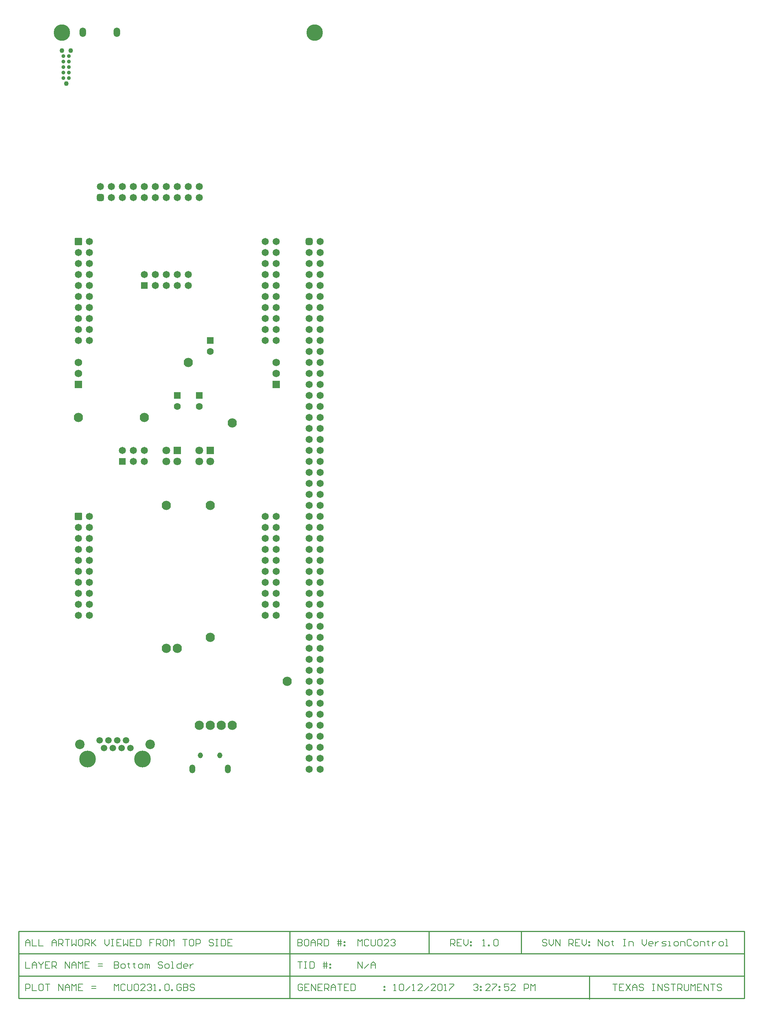
<source format=gbs>
G04 Layer_Color=16711935*
%FSAX25Y25*%
%MOIN*%
G70*
G01*
G75*
%ADD54C,0.01000*%
%ADD58C,0.00800*%
%ADD67C,0.05906*%
%ADD78R,0.06496X0.06496*%
%ADD79C,0.06496*%
%ADD154C,0.08394*%
G04:AMPARAMS|DCode=155|XSize=62.99mil|YSize=62.99mil|CornerRadius=4.04mil|HoleSize=0mil|Usage=FLASHONLY|Rotation=270.000|XOffset=0mil|YOffset=0mil|HoleType=Round|Shape=RoundedRectangle|*
%AMROUNDEDRECTD155*
21,1,0.06299,0.05492,0,0,270.0*
21,1,0.05492,0.06299,0,0,270.0*
1,1,0.00807,-0.02746,-0.02746*
1,1,0.00807,-0.02746,0.02746*
1,1,0.00807,0.02746,0.02746*
1,1,0.00807,0.02746,-0.02746*
%
%ADD155ROUNDEDRECTD155*%
%ADD156C,0.06299*%
%ADD157C,0.07087*%
%ADD158R,0.07087X0.07087*%
%ADD159C,0.15000*%
%ADD160O,0.04528X0.05315*%
%ADD161O,0.05217X0.07874*%
%ADD162C,0.15194*%
%ADD163C,0.08661*%
G04:AMPARAMS|DCode=164|XSize=86.61mil|YSize=59.06mil|CornerRadius=29.53mil|HoleSize=0mil|Usage=FLASHONLY|Rotation=270.000|XOffset=0mil|YOffset=0mil|HoleType=Round|Shape=RoundedRectangle|*
%AMROUNDEDRECTD164*
21,1,0.08661,0.00000,0,0,270.0*
21,1,0.02756,0.05906,0,0,270.0*
1,1,0.05906,0.00000,-0.01378*
1,1,0.05906,0.00000,0.01378*
1,1,0.05906,0.00000,0.01378*
1,1,0.05906,0.00000,-0.01378*
%
%ADD164ROUNDEDRECTD164*%
G04:AMPARAMS|DCode=165|XSize=64.96mil|YSize=64.96mil|CornerRadius=17.22mil|HoleSize=0mil|Usage=FLASHONLY|Rotation=0.000|XOffset=0mil|YOffset=0mil|HoleType=Round|Shape=RoundedRectangle|*
%AMROUNDEDRECTD165*
21,1,0.06496,0.03051,0,0,0.0*
21,1,0.03051,0.06496,0,0,0.0*
1,1,0.03445,0.01526,-0.01526*
1,1,0.03445,-0.01526,-0.01526*
1,1,0.03445,-0.01526,0.01526*
1,1,0.03445,0.01526,0.01526*
%
%ADD165ROUNDEDRECTD165*%
%ADD166R,0.06890X0.06890*%
%ADD167C,0.06890*%
G04:AMPARAMS|DCode=168|XSize=64.96mil|YSize=64.96mil|CornerRadius=3.8mil|HoleSize=0mil|Usage=FLASHONLY|Rotation=270.000|XOffset=0mil|YOffset=0mil|HoleType=Round|Shape=RoundedRectangle|*
%AMROUNDEDRECTD168*
21,1,0.06496,0.05736,0,0,270.0*
21,1,0.05736,0.06496,0,0,270.0*
1,1,0.00760,-0.02868,-0.02868*
1,1,0.00760,-0.02868,0.02868*
1,1,0.00760,0.02868,0.02868*
1,1,0.00760,0.02868,-0.02868*
%
%ADD168ROUNDEDRECTD168*%
%ADD169C,0.04294*%
%ADD170C,0.03494*%
G54D54*
X0497200Y0080717D02*
Y0101050D01*
X0413200Y0080717D02*
Y0101050D01*
X0040000Y0080717D02*
X0700200D01*
X0040000Y0060383D02*
X0700000D01*
X0040000Y0040050D02*
X0440500D01*
X0040050Y0101050D02*
X0700200D01*
X0040050Y0040050D02*
Y0101050D01*
Y0040050D02*
X0197600D01*
X0040000D02*
Y0101050D01*
X0286500Y0040050D02*
Y0101050D01*
X0700200Y0040050D02*
Y0101050D01*
X0440500Y0040050D02*
X0700200D01*
X0559400Y0039400D02*
Y0059683D01*
G54D58*
X0126900Y0073549D02*
Y0067551D01*
X0129899D01*
X0130899Y0068550D01*
Y0069550D01*
X0129899Y0070550D01*
X0126900D01*
X0129899D01*
X0130899Y0071549D01*
Y0072549D01*
X0129899Y0073549D01*
X0126900D01*
X0133898Y0067551D02*
X0135897D01*
X0136897Y0068550D01*
Y0070550D01*
X0135897Y0071549D01*
X0133898D01*
X0132898Y0070550D01*
Y0068550D01*
X0133898Y0067551D01*
X0139896Y0072549D02*
Y0071549D01*
X0138896D01*
X0140895D01*
X0139896D01*
Y0068550D01*
X0140895Y0067551D01*
X0144894Y0072549D02*
Y0071549D01*
X0143895D01*
X0145894D01*
X0144894D01*
Y0068550D01*
X0145894Y0067551D01*
X0149893D02*
X0151892D01*
X0152892Y0068550D01*
Y0070550D01*
X0151892Y0071549D01*
X0149893D01*
X0148893Y0070550D01*
Y0068550D01*
X0149893Y0067551D01*
X0154891D02*
Y0071549D01*
X0155891D01*
X0156890Y0070550D01*
Y0067551D01*
Y0070550D01*
X0157890Y0071549D01*
X0158890Y0070550D01*
Y0067551D01*
X0170886Y0072549D02*
X0169886Y0073549D01*
X0167887D01*
X0166887Y0072549D01*
Y0071549D01*
X0167887Y0070550D01*
X0169886D01*
X0170886Y0069550D01*
Y0068550D01*
X0169886Y0067551D01*
X0167887D01*
X0166887Y0068550D01*
X0173885Y0067551D02*
X0175884D01*
X0176884Y0068550D01*
Y0070550D01*
X0175884Y0071549D01*
X0173885D01*
X0172885Y0070550D01*
Y0068550D01*
X0173885Y0067551D01*
X0178883D02*
X0180883D01*
X0179883D01*
Y0073549D01*
X0178883D01*
X0187880D02*
Y0067551D01*
X0184881D01*
X0183882Y0068550D01*
Y0070550D01*
X0184881Y0071549D01*
X0187880D01*
X0192879Y0067551D02*
X0190879D01*
X0189880Y0068550D01*
Y0070550D01*
X0190879Y0071549D01*
X0192879D01*
X0193878Y0070550D01*
Y0069550D01*
X0189880D01*
X0195878Y0071549D02*
Y0067551D01*
Y0069550D01*
X0196877Y0070550D01*
X0197877Y0071549D01*
X0198877D01*
X0567400Y0087833D02*
Y0093831D01*
X0571399Y0087833D01*
Y0093831D01*
X0574398Y0087833D02*
X0576397D01*
X0577397Y0088833D01*
Y0090832D01*
X0576397Y0091832D01*
X0574398D01*
X0573398Y0090832D01*
Y0088833D01*
X0574398Y0087833D01*
X0580396Y0092832D02*
Y0091832D01*
X0579396D01*
X0581395D01*
X0580396D01*
Y0088833D01*
X0581395Y0087833D01*
X0590393Y0093831D02*
X0592392D01*
X0591392D01*
Y0087833D01*
X0590393D01*
X0592392D01*
X0595391D02*
Y0091832D01*
X0598390D01*
X0599390Y0090832D01*
Y0087833D01*
X0607387Y0093831D02*
Y0089833D01*
X0609386Y0087833D01*
X0611386Y0089833D01*
Y0093831D01*
X0616384Y0087833D02*
X0614385D01*
X0613385Y0088833D01*
Y0090832D01*
X0614385Y0091832D01*
X0616384D01*
X0617384Y0090832D01*
Y0089833D01*
X0613385D01*
X0619383Y0091832D02*
Y0087833D01*
Y0089833D01*
X0620383Y0090832D01*
X0621383Y0091832D01*
X0622382D01*
X0625381Y0087833D02*
X0628380D01*
X0629380Y0088833D01*
X0628380Y0089833D01*
X0626381D01*
X0625381Y0090832D01*
X0626381Y0091832D01*
X0629380D01*
X0631379Y0087833D02*
X0633379D01*
X0632379D01*
Y0091832D01*
X0631379D01*
X0637377Y0087833D02*
X0639377D01*
X0640376Y0088833D01*
Y0090832D01*
X0639377Y0091832D01*
X0637377D01*
X0636378Y0090832D01*
Y0088833D01*
X0637377Y0087833D01*
X0642376D02*
Y0091832D01*
X0645375D01*
X0646374Y0090832D01*
Y0087833D01*
X0652373Y0092832D02*
X0651373Y0093831D01*
X0649373D01*
X0648374Y0092832D01*
Y0088833D01*
X0649373Y0087833D01*
X0651373D01*
X0652373Y0088833D01*
X0655372Y0087833D02*
X0657371D01*
X0658371Y0088833D01*
Y0090832D01*
X0657371Y0091832D01*
X0655372D01*
X0654372Y0090832D01*
Y0088833D01*
X0655372Y0087833D01*
X0660370D02*
Y0091832D01*
X0663369D01*
X0664369Y0090832D01*
Y0087833D01*
X0667368Y0092832D02*
Y0091832D01*
X0666368D01*
X0668367D01*
X0667368D01*
Y0088833D01*
X0668367Y0087833D01*
X0671366Y0091832D02*
Y0087833D01*
Y0089833D01*
X0672366Y0090832D01*
X0673366Y0091832D01*
X0674365D01*
X0678364Y0087833D02*
X0680364D01*
X0681363Y0088833D01*
Y0090832D01*
X0680364Y0091832D01*
X0678364D01*
X0677364Y0090832D01*
Y0088833D01*
X0678364Y0087833D01*
X0683362D02*
X0685362D01*
X0684362D01*
Y0093831D01*
X0683362D01*
X0520799Y0092832D02*
X0519799Y0093831D01*
X0517800D01*
X0516800Y0092832D01*
Y0091832D01*
X0517800Y0090832D01*
X0519799D01*
X0520799Y0089833D01*
Y0088833D01*
X0519799Y0087833D01*
X0517800D01*
X0516800Y0088833D01*
X0522798Y0093831D02*
Y0089833D01*
X0524797Y0087833D01*
X0526797Y0089833D01*
Y0093831D01*
X0528796Y0087833D02*
Y0093831D01*
X0532795Y0087833D01*
Y0093831D01*
X0540792Y0087833D02*
Y0093831D01*
X0543791D01*
X0544791Y0092832D01*
Y0090832D01*
X0543791Y0089833D01*
X0540792D01*
X0542792D02*
X0544791Y0087833D01*
X0550789Y0093831D02*
X0546790D01*
Y0087833D01*
X0550789D01*
X0546790Y0090832D02*
X0548790D01*
X0552788Y0093831D02*
Y0089833D01*
X0554788Y0087833D01*
X0556787Y0089833D01*
Y0093831D01*
X0558786Y0091832D02*
X0559786D01*
Y0090832D01*
X0558786D01*
Y0091832D01*
Y0088833D02*
X0559786D01*
Y0087833D01*
X0558786D01*
Y0088833D01*
X0433000Y0087833D02*
Y0093831D01*
X0435999D01*
X0436999Y0092832D01*
Y0090832D01*
X0435999Y0089833D01*
X0433000D01*
X0434999D02*
X0436999Y0087833D01*
X0442997Y0093831D02*
X0438998D01*
Y0087833D01*
X0442997D01*
X0438998Y0090832D02*
X0440997D01*
X0444996Y0093831D02*
Y0089833D01*
X0446995Y0087833D01*
X0448995Y0089833D01*
Y0093831D01*
X0450994Y0091832D02*
X0451994D01*
Y0090832D01*
X0450994D01*
Y0091832D01*
Y0088833D02*
X0451994D01*
Y0087833D01*
X0450994D01*
Y0088833D01*
X0126900Y0046966D02*
Y0052965D01*
X0128899Y0050965D01*
X0130899Y0052965D01*
Y0046966D01*
X0136897Y0051965D02*
X0135897Y0052965D01*
X0133898D01*
X0132898Y0051965D01*
Y0047966D01*
X0133898Y0046966D01*
X0135897D01*
X0136897Y0047966D01*
X0138896Y0052965D02*
Y0047966D01*
X0139896Y0046966D01*
X0141895D01*
X0142895Y0047966D01*
Y0052965D01*
X0144894Y0051965D02*
X0145894Y0052965D01*
X0147893D01*
X0148893Y0051965D01*
Y0047966D01*
X0147893Y0046966D01*
X0145894D01*
X0144894Y0047966D01*
Y0051965D01*
X0154891Y0046966D02*
X0150892D01*
X0154891Y0050965D01*
Y0051965D01*
X0153891Y0052965D01*
X0151892D01*
X0150892Y0051965D01*
X0156890D02*
X0157890Y0052965D01*
X0159889D01*
X0160889Y0051965D01*
Y0050965D01*
X0159889Y0049966D01*
X0158890D01*
X0159889D01*
X0160889Y0048966D01*
Y0047966D01*
X0159889Y0046966D01*
X0157890D01*
X0156890Y0047966D01*
X0162888Y0046966D02*
X0164888D01*
X0163888D01*
Y0052965D01*
X0162888Y0051965D01*
X0167887Y0046966D02*
Y0047966D01*
X0168886D01*
Y0046966D01*
X0167887D01*
X0172885Y0051965D02*
X0173885Y0052965D01*
X0175884D01*
X0176884Y0051965D01*
Y0047966D01*
X0175884Y0046966D01*
X0173885D01*
X0172885Y0047966D01*
Y0051965D01*
X0178883Y0046966D02*
Y0047966D01*
X0179883D01*
Y0046966D01*
X0178883D01*
X0187880Y0051965D02*
X0186881Y0052965D01*
X0184881D01*
X0183882Y0051965D01*
Y0047966D01*
X0184881Y0046966D01*
X0186881D01*
X0187880Y0047966D01*
Y0049966D01*
X0185881D01*
X0189880Y0052965D02*
Y0046966D01*
X0192879D01*
X0193878Y0047966D01*
Y0048966D01*
X0192879Y0049966D01*
X0189880D01*
X0192879D01*
X0193878Y0050965D01*
Y0051965D01*
X0192879Y0052965D01*
X0189880D01*
X0199876Y0051965D02*
X0198877Y0052965D01*
X0196877D01*
X0195878Y0051965D01*
Y0050965D01*
X0196877Y0049966D01*
X0198877D01*
X0199876Y0048966D01*
Y0047966D01*
X0198877Y0046966D01*
X0196877D01*
X0195878Y0047966D01*
X0381150Y0046966D02*
X0383149D01*
X0382150D01*
Y0052965D01*
X0381150Y0051965D01*
X0386148D02*
X0387148Y0052965D01*
X0389147D01*
X0390147Y0051965D01*
Y0047966D01*
X0389147Y0046966D01*
X0387148D01*
X0386148Y0047966D01*
Y0051965D01*
X0392146Y0046966D02*
X0396145Y0050965D01*
X0398145Y0046966D02*
X0400144D01*
X0399144D01*
Y0052965D01*
X0398145Y0051965D01*
X0407142Y0046966D02*
X0403143D01*
X0407142Y0050965D01*
Y0051965D01*
X0406142Y0052965D01*
X0404143D01*
X0403143Y0051965D01*
X0409141Y0046966D02*
X0413140Y0050965D01*
X0419138Y0046966D02*
X0415139D01*
X0419138Y0050965D01*
Y0051965D01*
X0418138Y0052965D01*
X0416139D01*
X0415139Y0051965D01*
X0421137D02*
X0422137Y0052965D01*
X0424136D01*
X0425136Y0051965D01*
Y0047966D01*
X0424136Y0046966D01*
X0422137D01*
X0421137Y0047966D01*
Y0051965D01*
X0427135Y0046966D02*
X0429135D01*
X0428135D01*
Y0052965D01*
X0427135Y0051965D01*
X0432133Y0052965D02*
X0436132D01*
Y0051965D01*
X0432133Y0047966D01*
Y0046966D01*
X0298199Y0051965D02*
X0297199Y0052965D01*
X0295200D01*
X0294200Y0051965D01*
Y0047966D01*
X0295200Y0046966D01*
X0297199D01*
X0298199Y0047966D01*
Y0049966D01*
X0296199D01*
X0304197Y0052965D02*
X0300198D01*
Y0046966D01*
X0304197D01*
X0300198Y0049966D02*
X0302197D01*
X0306196Y0046966D02*
Y0052965D01*
X0310195Y0046966D01*
Y0052965D01*
X0316193D02*
X0312194D01*
Y0046966D01*
X0316193D01*
X0312194Y0049966D02*
X0314194D01*
X0318192Y0046966D02*
Y0052965D01*
X0321191D01*
X0322191Y0051965D01*
Y0049966D01*
X0321191Y0048966D01*
X0318192D01*
X0320192D02*
X0322191Y0046966D01*
X0324190D02*
Y0050965D01*
X0326190Y0052965D01*
X0328189Y0050965D01*
Y0046966D01*
Y0049966D01*
X0324190D01*
X0330188Y0052965D02*
X0334187D01*
X0332188D01*
Y0046966D01*
X0340185Y0052965D02*
X0336186D01*
Y0046966D01*
X0340185D01*
X0336186Y0049966D02*
X0338186D01*
X0342184Y0052965D02*
Y0046966D01*
X0345183D01*
X0346183Y0047966D01*
Y0051965D01*
X0345183Y0052965D01*
X0342184D01*
X0372175Y0050965D02*
X0373175D01*
Y0049966D01*
X0372175D01*
Y0050965D01*
Y0047966D02*
X0373175D01*
Y0046966D01*
X0372175D01*
Y0047966D01*
X0046350Y0087833D02*
Y0091832D01*
X0048349Y0093831D01*
X0050349Y0091832D01*
Y0087833D01*
Y0090832D01*
X0046350D01*
X0052348Y0093831D02*
Y0087833D01*
X0056347D01*
X0058346Y0093831D02*
Y0087833D01*
X0062345D01*
X0070342D02*
Y0091832D01*
X0072342Y0093831D01*
X0074341Y0091832D01*
Y0087833D01*
Y0090832D01*
X0070342D01*
X0076340Y0087833D02*
Y0093831D01*
X0079339D01*
X0080339Y0092832D01*
Y0090832D01*
X0079339Y0089833D01*
X0076340D01*
X0078340D02*
X0080339Y0087833D01*
X0082338Y0093831D02*
X0086337D01*
X0084338D01*
Y0087833D01*
X0088336Y0093831D02*
Y0087833D01*
X0090336Y0089833D01*
X0092335Y0087833D01*
Y0093831D01*
X0097334D02*
X0095334D01*
X0094335Y0092832D01*
Y0088833D01*
X0095334Y0087833D01*
X0097334D01*
X0098333Y0088833D01*
Y0092832D01*
X0097334Y0093831D01*
X0100332Y0087833D02*
Y0093831D01*
X0103332D01*
X0104331Y0092832D01*
Y0090832D01*
X0103332Y0089833D01*
X0100332D01*
X0102332D02*
X0104331Y0087833D01*
X0106331Y0093831D02*
Y0087833D01*
Y0089833D01*
X0110329Y0093831D01*
X0107330Y0090832D01*
X0110329Y0087833D01*
X0118327Y0093831D02*
Y0089833D01*
X0120326Y0087833D01*
X0122325Y0089833D01*
Y0093831D01*
X0124325D02*
X0126324D01*
X0125324D01*
Y0087833D01*
X0124325D01*
X0126324D01*
X0133322Y0093831D02*
X0129323D01*
Y0087833D01*
X0133322D01*
X0129323Y0090832D02*
X0131323D01*
X0135321Y0093831D02*
Y0087833D01*
X0137321Y0089833D01*
X0139320Y0087833D01*
Y0093831D01*
X0145318D02*
X0141319D01*
Y0087833D01*
X0145318D01*
X0141319Y0090832D02*
X0143319D01*
X0147317Y0093831D02*
Y0087833D01*
X0150316D01*
X0151316Y0088833D01*
Y0092832D01*
X0150316Y0093831D01*
X0147317D01*
X0163312D02*
X0159313D01*
Y0090832D01*
X0161313D01*
X0159313D01*
Y0087833D01*
X0165312D02*
Y0093831D01*
X0168310D01*
X0169310Y0092832D01*
Y0090832D01*
X0168310Y0089833D01*
X0165312D01*
X0167311D02*
X0169310Y0087833D01*
X0174309Y0093831D02*
X0172309D01*
X0171310Y0092832D01*
Y0088833D01*
X0172309Y0087833D01*
X0174309D01*
X0175308Y0088833D01*
Y0092832D01*
X0174309Y0093831D01*
X0177308Y0087833D02*
Y0093831D01*
X0179307Y0091832D01*
X0181306Y0093831D01*
Y0087833D01*
X0189304Y0093831D02*
X0193303D01*
X0191303D01*
Y0087833D01*
X0198301Y0093831D02*
X0196301D01*
X0195302Y0092832D01*
Y0088833D01*
X0196301Y0087833D01*
X0198301D01*
X0199301Y0088833D01*
Y0092832D01*
X0198301Y0093831D01*
X0201300Y0087833D02*
Y0093831D01*
X0204299D01*
X0205299Y0092832D01*
Y0090832D01*
X0204299Y0089833D01*
X0201300D01*
X0217295Y0092832D02*
X0216295Y0093831D01*
X0214296D01*
X0213296Y0092832D01*
Y0091832D01*
X0214296Y0090832D01*
X0216295D01*
X0217295Y0089833D01*
Y0088833D01*
X0216295Y0087833D01*
X0214296D01*
X0213296Y0088833D01*
X0219294Y0093831D02*
X0221293D01*
X0220294D01*
Y0087833D01*
X0219294D01*
X0221293D01*
X0224292Y0093831D02*
Y0087833D01*
X0227291D01*
X0228291Y0088833D01*
Y0092832D01*
X0227291Y0093831D01*
X0224292D01*
X0234289D02*
X0230291D01*
Y0087833D01*
X0234289D01*
X0230291Y0090832D02*
X0232290D01*
X0462150Y0087833D02*
X0464149D01*
X0463150D01*
Y0093831D01*
X0462150Y0092832D01*
X0467148Y0087833D02*
Y0088833D01*
X0468148D01*
Y0087833D01*
X0467148D01*
X0472147Y0092832D02*
X0473146Y0093831D01*
X0475146D01*
X0476146Y0092832D01*
Y0088833D01*
X0475146Y0087833D01*
X0473146D01*
X0472147Y0088833D01*
Y0092832D01*
X0348550Y0087833D02*
Y0093831D01*
X0350549Y0091832D01*
X0352549Y0093831D01*
Y0087833D01*
X0358547Y0092832D02*
X0357547Y0093831D01*
X0355548D01*
X0354548Y0092832D01*
Y0088833D01*
X0355548Y0087833D01*
X0357547D01*
X0358547Y0088833D01*
X0360546Y0093831D02*
Y0088833D01*
X0361546Y0087833D01*
X0363545D01*
X0364545Y0088833D01*
Y0093831D01*
X0366544Y0092832D02*
X0367544Y0093831D01*
X0369543D01*
X0370543Y0092832D01*
Y0088833D01*
X0369543Y0087833D01*
X0367544D01*
X0366544Y0088833D01*
Y0092832D01*
X0376541Y0087833D02*
X0372542D01*
X0376541Y0091832D01*
Y0092832D01*
X0375541Y0093831D01*
X0373542D01*
X0372542Y0092832D01*
X0378540D02*
X0379540Y0093831D01*
X0381539D01*
X0382539Y0092832D01*
Y0091832D01*
X0381539Y0090832D01*
X0380540D01*
X0381539D01*
X0382539Y0089833D01*
Y0088833D01*
X0381539Y0087833D01*
X0379540D01*
X0378540Y0088833D01*
X0294000Y0093831D02*
Y0087833D01*
X0296999D01*
X0297999Y0088833D01*
Y0089833D01*
X0296999Y0090832D01*
X0294000D01*
X0296999D01*
X0297999Y0091832D01*
Y0092832D01*
X0296999Y0093831D01*
X0294000D01*
X0302997D02*
X0300998D01*
X0299998Y0092832D01*
Y0088833D01*
X0300998Y0087833D01*
X0302997D01*
X0303997Y0088833D01*
Y0092832D01*
X0302997Y0093831D01*
X0305996Y0087833D02*
Y0091832D01*
X0307996Y0093831D01*
X0309995Y0091832D01*
Y0087833D01*
Y0090832D01*
X0305996D01*
X0311994Y0087833D02*
Y0093831D01*
X0314993D01*
X0315993Y0092832D01*
Y0090832D01*
X0314993Y0089833D01*
X0311994D01*
X0313994D02*
X0315993Y0087833D01*
X0317992Y0093831D02*
Y0087833D01*
X0320991D01*
X0321991Y0088833D01*
Y0092832D01*
X0320991Y0093831D01*
X0317992D01*
X0330988Y0087833D02*
Y0093831D01*
X0332987D02*
Y0087833D01*
X0329988Y0091832D02*
X0332987D01*
X0333987D01*
X0329988Y0089833D02*
X0333987D01*
X0335986Y0091832D02*
X0336986D01*
Y0090832D01*
X0335986D01*
Y0091832D01*
Y0088833D02*
X0336986D01*
Y0087833D01*
X0335986D01*
Y0088833D01*
X0046350Y0073549D02*
Y0067551D01*
X0050349D01*
X0052348D02*
Y0071549D01*
X0054347Y0073549D01*
X0056347Y0071549D01*
Y0067551D01*
Y0070550D01*
X0052348D01*
X0058346Y0073549D02*
Y0072549D01*
X0060346Y0070550D01*
X0062345Y0072549D01*
Y0073549D01*
X0060346Y0070550D02*
Y0067551D01*
X0068343Y0073549D02*
X0064344D01*
Y0067551D01*
X0068343D01*
X0064344Y0070550D02*
X0066343D01*
X0070342Y0067551D02*
Y0073549D01*
X0073341D01*
X0074341Y0072549D01*
Y0070550D01*
X0073341Y0069550D01*
X0070342D01*
X0072342D02*
X0074341Y0067551D01*
X0082338D02*
Y0073549D01*
X0086337Y0067551D01*
Y0073549D01*
X0088336Y0067551D02*
Y0071549D01*
X0090336Y0073549D01*
X0092335Y0071549D01*
Y0067551D01*
Y0070550D01*
X0088336D01*
X0094335Y0067551D02*
Y0073549D01*
X0096334Y0071549D01*
X0098333Y0073549D01*
Y0067551D01*
X0104331Y0073549D02*
X0100332D01*
Y0067551D01*
X0104331D01*
X0100332Y0070550D02*
X0102332D01*
X0112329Y0069550D02*
X0116327D01*
X0112329Y0071549D02*
X0116327D01*
X0046350Y0046966D02*
Y0052965D01*
X0049349D01*
X0050349Y0051965D01*
Y0049966D01*
X0049349Y0048966D01*
X0046350D01*
X0052348Y0052965D02*
Y0046966D01*
X0056347D01*
X0061345Y0052965D02*
X0059346D01*
X0058346Y0051965D01*
Y0047966D01*
X0059346Y0046966D01*
X0061345D01*
X0062345Y0047966D01*
Y0051965D01*
X0061345Y0052965D01*
X0064344D02*
X0068343D01*
X0066343D01*
Y0046966D01*
X0076340D02*
Y0052965D01*
X0080339Y0046966D01*
Y0052965D01*
X0082338Y0046966D02*
Y0050965D01*
X0084338Y0052965D01*
X0086337Y0050965D01*
Y0046966D01*
Y0049966D01*
X0082338D01*
X0088336Y0046966D02*
Y0052965D01*
X0090336Y0050965D01*
X0092335Y0052965D01*
Y0046966D01*
X0098333Y0052965D02*
X0094335D01*
Y0046966D01*
X0098333D01*
X0094335Y0049966D02*
X0096334D01*
X0106331Y0048966D02*
X0110329D01*
X0106331Y0050965D02*
X0110329D01*
X0454050Y0051965D02*
X0455050Y0052965D01*
X0457049D01*
X0458049Y0051965D01*
Y0050965D01*
X0457049Y0049966D01*
X0456049D01*
X0457049D01*
X0458049Y0048966D01*
Y0047966D01*
X0457049Y0046966D01*
X0455050D01*
X0454050Y0047966D01*
X0460048Y0050965D02*
X0461048D01*
Y0049966D01*
X0460048D01*
Y0050965D01*
Y0047966D02*
X0461048D01*
Y0046966D01*
X0460048D01*
Y0047966D01*
X0469045Y0046966D02*
X0465046D01*
X0469045Y0050965D01*
Y0051965D01*
X0468046Y0052965D01*
X0466046D01*
X0465046Y0051965D01*
X0471044Y0052965D02*
X0475043D01*
Y0051965D01*
X0471044Y0047966D01*
Y0046966D01*
X0477043Y0050965D02*
X0478042D01*
Y0049966D01*
X0477043D01*
Y0050965D01*
Y0047966D02*
X0478042D01*
Y0046966D01*
X0477043D01*
Y0047966D01*
X0486040Y0052965D02*
X0482041D01*
Y0049966D01*
X0484040Y0050965D01*
X0485040D01*
X0486040Y0049966D01*
Y0047966D01*
X0485040Y0046966D01*
X0483041D01*
X0482041Y0047966D01*
X0492038Y0046966D02*
X0488039D01*
X0492038Y0050965D01*
Y0051965D01*
X0491038Y0052965D01*
X0489039D01*
X0488039Y0051965D01*
X0500035Y0046966D02*
Y0052965D01*
X0503034D01*
X0504034Y0051965D01*
Y0049966D01*
X0503034Y0048966D01*
X0500035D01*
X0506033Y0046966D02*
Y0052965D01*
X0508033Y0050965D01*
X0510032Y0052965D01*
Y0046966D01*
X0580500Y0052965D02*
X0584499D01*
X0582499D01*
Y0046966D01*
X0590497Y0052965D02*
X0586498D01*
Y0046966D01*
X0590497D01*
X0586498Y0049966D02*
X0588497D01*
X0592496Y0052965D02*
X0596495Y0046966D01*
Y0052965D02*
X0592496Y0046966D01*
X0598494D02*
Y0050965D01*
X0600493Y0052965D01*
X0602493Y0050965D01*
Y0046966D01*
Y0049966D01*
X0598494D01*
X0608491Y0051965D02*
X0607491Y0052965D01*
X0605492D01*
X0604492Y0051965D01*
Y0050965D01*
X0605492Y0049966D01*
X0607491D01*
X0608491Y0048966D01*
Y0047966D01*
X0607491Y0046966D01*
X0605492D01*
X0604492Y0047966D01*
X0616488Y0052965D02*
X0618488D01*
X0617488D01*
Y0046966D01*
X0616488D01*
X0618488D01*
X0621487D02*
Y0052965D01*
X0625486Y0046966D01*
Y0052965D01*
X0631484Y0051965D02*
X0630484Y0052965D01*
X0628484D01*
X0627485Y0051965D01*
Y0050965D01*
X0628484Y0049966D01*
X0630484D01*
X0631484Y0048966D01*
Y0047966D01*
X0630484Y0046966D01*
X0628484D01*
X0627485Y0047966D01*
X0633483Y0052965D02*
X0637482D01*
X0635482D01*
Y0046966D01*
X0639481D02*
Y0052965D01*
X0642480D01*
X0643480Y0051965D01*
Y0049966D01*
X0642480Y0048966D01*
X0639481D01*
X0641480D02*
X0643480Y0046966D01*
X0645479Y0052965D02*
Y0047966D01*
X0646479Y0046966D01*
X0648478D01*
X0649478Y0047966D01*
Y0052965D01*
X0651477Y0046966D02*
Y0052965D01*
X0653476Y0050965D01*
X0655476Y0052965D01*
Y0046966D01*
X0661474Y0052965D02*
X0657475D01*
Y0046966D01*
X0661474D01*
X0657475Y0049966D02*
X0659474D01*
X0663473Y0046966D02*
Y0052965D01*
X0667472Y0046966D01*
Y0052965D01*
X0669471D02*
X0673470D01*
X0671471D01*
Y0046966D01*
X0679468Y0051965D02*
X0678468Y0052965D01*
X0676469D01*
X0675469Y0051965D01*
Y0050965D01*
X0676469Y0049966D01*
X0678468D01*
X0679468Y0048966D01*
Y0047966D01*
X0678468Y0046966D01*
X0676469D01*
X0675469Y0047966D01*
X0294000Y0073498D02*
X0297999D01*
X0295999D01*
Y0067500D01*
X0299998Y0073498D02*
X0301997D01*
X0300998D01*
Y0067500D01*
X0299998D01*
X0301997D01*
X0304996Y0073498D02*
Y0067500D01*
X0307996D01*
X0308995Y0068500D01*
Y0072498D01*
X0307996Y0073498D01*
X0304996D01*
X0317992Y0067500D02*
Y0073498D01*
X0319992D02*
Y0067500D01*
X0316993Y0071499D02*
X0319992D01*
X0320991D01*
X0316993Y0069499D02*
X0320991D01*
X0322991Y0071499D02*
X0323990D01*
Y0070499D01*
X0322991D01*
Y0071499D01*
Y0068500D02*
X0323990D01*
Y0067500D01*
X0322991D01*
Y0068500D01*
X0348550Y0067500D02*
Y0073498D01*
X0352549Y0067500D01*
Y0073498D01*
X0354548Y0067500D02*
X0358547Y0071499D01*
X0360546Y0067500D02*
Y0071499D01*
X0362545Y0073498D01*
X0364545Y0071499D01*
Y0067500D01*
Y0070499D01*
X0360546D01*
G54D67*
X0121637Y0274699D02*
D03*
X0141716Y0267691D02*
D03*
X0137700Y0274699D02*
D03*
X0129668D02*
D03*
X0133684Y0267691D02*
D03*
X0125653D02*
D03*
X0113605Y0274699D02*
D03*
X0117621Y0267691D02*
D03*
G54D78*
X0154200Y0688400D02*
D03*
X0134200Y0528400D02*
D03*
G54D79*
X0154200Y0698400D02*
D03*
X0164200Y0688400D02*
D03*
Y0698400D02*
D03*
X0174200Y0688400D02*
D03*
Y0698400D02*
D03*
X0184200Y0688400D02*
D03*
Y0698400D02*
D03*
X0194200Y0688400D02*
D03*
Y0698400D02*
D03*
X0134200Y0538400D02*
D03*
X0144200Y0528400D02*
D03*
Y0538400D02*
D03*
X0154200Y0528400D02*
D03*
Y0538400D02*
D03*
X0304200Y0318400D02*
D03*
X0314200D02*
D03*
X0304200Y0308400D02*
D03*
X0314200D02*
D03*
X0304200Y0298400D02*
D03*
X0314200D02*
D03*
X0304200Y0288400D02*
D03*
X0314200D02*
D03*
X0304200Y0278400D02*
D03*
X0314200D02*
D03*
X0304200Y0268400D02*
D03*
X0314200D02*
D03*
X0304200Y0258400D02*
D03*
X0314200D02*
D03*
X0304200Y0248400D02*
D03*
X0314200D02*
D03*
X0304200Y0398400D02*
D03*
X0314200D02*
D03*
X0304200Y0388400D02*
D03*
X0314200D02*
D03*
X0304200Y0378400D02*
D03*
X0314200D02*
D03*
X0304200Y0368400D02*
D03*
X0314200D02*
D03*
X0304200Y0358400D02*
D03*
X0314200D02*
D03*
X0304200Y0348400D02*
D03*
X0314200D02*
D03*
X0304200Y0338400D02*
D03*
X0314200D02*
D03*
X0304200Y0328400D02*
D03*
X0314200D02*
D03*
X0304200Y0478400D02*
D03*
X0314200D02*
D03*
X0304200Y0468400D02*
D03*
X0314200D02*
D03*
X0304200Y0458400D02*
D03*
X0314200D02*
D03*
X0304200Y0448400D02*
D03*
X0314200D02*
D03*
X0304200Y0438400D02*
D03*
X0314200D02*
D03*
X0304200Y0428400D02*
D03*
X0314200D02*
D03*
X0304200Y0418400D02*
D03*
X0314200D02*
D03*
X0304200Y0408400D02*
D03*
X0314200D02*
D03*
Y0728400D02*
D03*
X0304200Y0718400D02*
D03*
X0314200D02*
D03*
X0304200Y0708400D02*
D03*
X0314200D02*
D03*
X0304200Y0698400D02*
D03*
X0314200D02*
D03*
X0304200Y0688400D02*
D03*
X0314200D02*
D03*
X0304200Y0678400D02*
D03*
X0314200D02*
D03*
X0304200Y0668400D02*
D03*
X0314200D02*
D03*
X0304200Y0658400D02*
D03*
X0314200D02*
D03*
X0304200Y0648400D02*
D03*
X0314200D02*
D03*
X0304200Y0638400D02*
D03*
X0314200D02*
D03*
X0304200Y0628400D02*
D03*
X0314200D02*
D03*
X0304200Y0618400D02*
D03*
X0314200D02*
D03*
X0304200Y0608400D02*
D03*
X0314200D02*
D03*
X0304200Y0598400D02*
D03*
X0314200D02*
D03*
X0304200Y0588400D02*
D03*
X0314200D02*
D03*
X0304200Y0578400D02*
D03*
X0314200D02*
D03*
X0304200Y0568400D02*
D03*
X0314200D02*
D03*
X0304200Y0558400D02*
D03*
X0314200D02*
D03*
X0304200Y0548400D02*
D03*
X0314200D02*
D03*
X0304200Y0538400D02*
D03*
X0314200D02*
D03*
X0304200Y0528400D02*
D03*
X0314200D02*
D03*
X0304200Y0518400D02*
D03*
X0314200D02*
D03*
X0304200Y0508400D02*
D03*
X0314200D02*
D03*
Y0498400D02*
D03*
X0304200D02*
D03*
X0314200Y0488400D02*
D03*
X0304200D02*
D03*
X0204200Y0778400D02*
D03*
X0194200D02*
D03*
X0184200D02*
D03*
X0174200D02*
D03*
X0164200D02*
D03*
X0154200D02*
D03*
X0144200D02*
D03*
X0134200D02*
D03*
X0124200D02*
D03*
X0114200D02*
D03*
X0204200Y0768400D02*
D03*
X0194200D02*
D03*
X0184200D02*
D03*
X0174200D02*
D03*
X0164200D02*
D03*
X0154200D02*
D03*
X0144200D02*
D03*
X0134200D02*
D03*
X0124200D02*
D03*
X0104200Y0388400D02*
D03*
Y0398400D02*
D03*
Y0408400D02*
D03*
Y0418400D02*
D03*
Y0428400D02*
D03*
Y0438400D02*
D03*
Y0448400D02*
D03*
Y0458400D02*
D03*
Y0468400D02*
D03*
Y0478400D02*
D03*
X0094200Y0388400D02*
D03*
Y0398400D02*
D03*
Y0408400D02*
D03*
Y0418400D02*
D03*
Y0428400D02*
D03*
Y0438400D02*
D03*
Y0448400D02*
D03*
Y0458400D02*
D03*
Y0468400D02*
D03*
X0274200Y0638400D02*
D03*
Y0648400D02*
D03*
Y0658400D02*
D03*
Y0668400D02*
D03*
Y0678400D02*
D03*
Y0688400D02*
D03*
Y0698400D02*
D03*
Y0708400D02*
D03*
Y0718400D02*
D03*
Y0728400D02*
D03*
X0264200Y0638400D02*
D03*
Y0648400D02*
D03*
Y0658400D02*
D03*
Y0668400D02*
D03*
Y0678400D02*
D03*
Y0688400D02*
D03*
Y0698400D02*
D03*
Y0708400D02*
D03*
Y0718400D02*
D03*
Y0728400D02*
D03*
X0104200Y0638400D02*
D03*
Y0648400D02*
D03*
Y0658400D02*
D03*
Y0668400D02*
D03*
Y0678400D02*
D03*
Y0688400D02*
D03*
Y0698400D02*
D03*
Y0708400D02*
D03*
Y0718400D02*
D03*
Y0728400D02*
D03*
X0094200Y0638400D02*
D03*
Y0648400D02*
D03*
Y0658400D02*
D03*
Y0668400D02*
D03*
Y0678400D02*
D03*
Y0688400D02*
D03*
Y0698400D02*
D03*
Y0708400D02*
D03*
Y0718400D02*
D03*
X0274200Y0388400D02*
D03*
Y0398400D02*
D03*
Y0408400D02*
D03*
Y0418400D02*
D03*
Y0428400D02*
D03*
Y0438400D02*
D03*
Y0448400D02*
D03*
Y0458400D02*
D03*
Y0468400D02*
D03*
Y0478400D02*
D03*
X0264200Y0388400D02*
D03*
Y0398400D02*
D03*
Y0408400D02*
D03*
Y0418400D02*
D03*
Y0428400D02*
D03*
Y0438400D02*
D03*
Y0448400D02*
D03*
Y0458400D02*
D03*
Y0468400D02*
D03*
Y0478400D02*
D03*
G54D154*
X0234200Y0563400D02*
D03*
X0194200Y0618400D02*
D03*
X0094200Y0568400D02*
D03*
X0284200Y0328400D02*
D03*
X0174200Y0488400D02*
D03*
X0214200Y0368400D02*
D03*
X0174200Y0358400D02*
D03*
X0184200D02*
D03*
X0154200Y0568400D02*
D03*
X0234200Y0288400D02*
D03*
X0224200D02*
D03*
X0214200D02*
D03*
X0204200D02*
D03*
X0214200Y0488400D02*
D03*
G54D155*
X0184200Y0588400D02*
D03*
X0214200Y0638400D02*
D03*
X0204200Y0588400D02*
D03*
G54D156*
X0184200Y0578400D02*
D03*
X0214200Y0628400D02*
D03*
X0204200Y0578400D02*
D03*
G54D157*
X0214200Y0528400D02*
D03*
X0204200Y0538400D02*
D03*
Y0528400D02*
D03*
X0184200D02*
D03*
X0174200Y0538400D02*
D03*
Y0528400D02*
D03*
G54D158*
X0214200Y0538400D02*
D03*
X0184200D02*
D03*
G54D159*
X0079200Y0918400D02*
D03*
X0309200D02*
D03*
G54D160*
X0222960Y0260920D02*
D03*
X0205440D02*
D03*
G54D161*
X0230293Y0248617D02*
D03*
X0198108D02*
D03*
G54D162*
X0102661Y0257691D02*
D03*
X0152661D02*
D03*
G54D163*
X0095653Y0271195D02*
D03*
X0159669D02*
D03*
G54D164*
X0129251Y0918691D02*
D03*
X0098149D02*
D03*
G54D165*
X0304200Y0728400D02*
D03*
X0114200Y0768400D02*
D03*
G54D166*
X0274200Y0598400D02*
D03*
X0094200D02*
D03*
G54D167*
X0274200Y0608400D02*
D03*
Y0618400D02*
D03*
X0094200D02*
D03*
Y0608400D02*
D03*
G54D168*
Y0478400D02*
D03*
Y0728400D02*
D03*
G54D169*
X0083200Y0871900D02*
D03*
X0087200Y0901900D02*
D03*
X0079200D02*
D03*
G54D170*
X0080700Y0876900D02*
D03*
Y0881900D02*
D03*
Y0886900D02*
D03*
Y0891900D02*
D03*
Y0896900D02*
D03*
X0085700D02*
D03*
Y0891900D02*
D03*
Y0886900D02*
D03*
Y0881900D02*
D03*
Y0876900D02*
D03*
M02*

</source>
